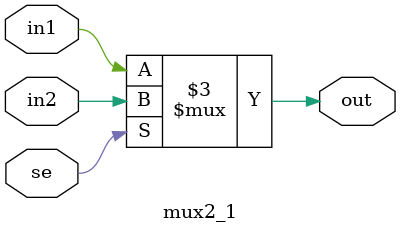
<source format=sv>

module mux2_1 (input logic in1, in2, se,
				output logic out);

always_comb
begin
	if(se)
	begin
		out = in2;
	end
	else
	begin
		out = in1;
	end
end
endmodule
</source>
